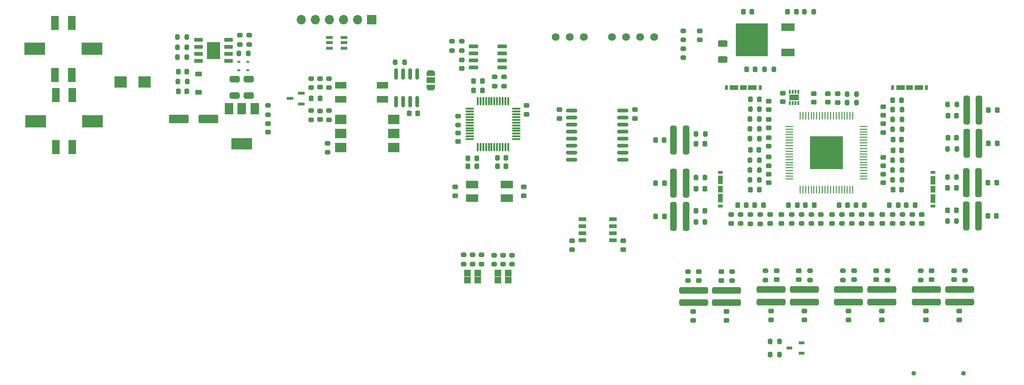
<source format=gbr>
%TF.GenerationSoftware,KiCad,Pcbnew,7.0.6*%
%TF.CreationDate,2024-02-05T21:22:57+01:00*%
%TF.ProjectId,FT24-AMS_Slave-v5,46543234-2d41-44d5-935f-536c6176652d,rev?*%
%TF.SameCoordinates,Original*%
%TF.FileFunction,Soldermask,Top*%
%TF.FilePolarity,Negative*%
%FSLAX46Y46*%
G04 Gerber Fmt 4.6, Leading zero omitted, Abs format (unit mm)*
G04 Created by KiCad (PCBNEW 7.0.6) date 2024-02-05 21:22:57*
%MOMM*%
%LPD*%
G01*
G04 APERTURE LIST*
G04 Aperture macros list*
%AMRoundRect*
0 Rectangle with rounded corners*
0 $1 Rounding radius*
0 $2 $3 $4 $5 $6 $7 $8 $9 X,Y pos of 4 corners*
0 Add a 4 corners polygon primitive as box body*
4,1,4,$2,$3,$4,$5,$6,$7,$8,$9,$2,$3,0*
0 Add four circle primitives for the rounded corners*
1,1,$1+$1,$2,$3*
1,1,$1+$1,$4,$5*
1,1,$1+$1,$6,$7*
1,1,$1+$1,$8,$9*
0 Add four rect primitives between the rounded corners*
20,1,$1+$1,$2,$3,$4,$5,0*
20,1,$1+$1,$4,$5,$6,$7,0*
20,1,$1+$1,$6,$7,$8,$9,0*
20,1,$1+$1,$8,$9,$2,$3,0*%
%AMFreePoly0*
4,1,19,0.550000,-0.750000,0.000000,-0.750000,0.000000,-0.744911,-0.071157,-0.744911,-0.207708,-0.704816,-0.327430,-0.627875,-0.420627,-0.520320,-0.479746,-0.390866,-0.500000,-0.250000,-0.500000,0.250000,-0.479746,0.390866,-0.420627,0.520320,-0.327430,0.627875,-0.207708,0.704816,-0.071157,0.744911,0.000000,0.744911,0.000000,0.750000,0.550000,0.750000,0.550000,-0.750000,0.550000,-0.750000,
$1*%
%AMFreePoly1*
4,1,19,0.000000,0.744911,0.071157,0.744911,0.207708,0.704816,0.327430,0.627875,0.420627,0.520320,0.479746,0.390866,0.500000,0.250000,0.500000,-0.250000,0.479746,-0.390866,0.420627,-0.520320,0.327430,-0.627875,0.207708,-0.704816,0.071157,-0.744911,0.000000,-0.744911,0.000000,-0.750000,-0.550000,-0.750000,-0.550000,0.750000,0.000000,0.750000,0.000000,0.744911,0.000000,0.744911,
$1*%
G04 Aperture macros list end*
%ADD10RoundRect,0.225000X0.250000X-0.225000X0.250000X0.225000X-0.250000X0.225000X-0.250000X-0.225000X0*%
%ADD11RoundRect,0.250000X2.350000X-0.325000X2.350000X0.325000X-2.350000X0.325000X-2.350000X-0.325000X0*%
%ADD12RoundRect,0.200000X0.200000X0.275000X-0.200000X0.275000X-0.200000X-0.275000X0.200000X-0.275000X0*%
%ADD13RoundRect,0.200000X-0.200000X-0.275000X0.200000X-0.275000X0.200000X0.275000X-0.200000X0.275000X0*%
%ADD14RoundRect,0.225000X-0.250000X0.225000X-0.250000X-0.225000X0.250000X-0.225000X0.250000X0.225000X0*%
%ADD15RoundRect,0.225000X0.225000X0.250000X-0.225000X0.250000X-0.225000X-0.250000X0.225000X-0.250000X0*%
%ADD16RoundRect,0.200000X0.275000X-0.200000X0.275000X0.200000X-0.275000X0.200000X-0.275000X-0.200000X0*%
%ADD17O,1.500000X0.250000*%
%ADD18O,0.250000X1.500000*%
%ADD19C,0.800000*%
%ADD20R,6.000000X6.000000*%
%ADD21RoundRect,0.150000X-0.875000X-0.150000X0.875000X-0.150000X0.875000X0.150000X-0.875000X0.150000X0*%
%ADD22RoundRect,0.200000X-0.275000X0.200000X-0.275000X-0.200000X0.275000X-0.200000X0.275000X0.200000X0*%
%ADD23RoundRect,0.218750X0.256250X-0.218750X0.256250X0.218750X-0.256250X0.218750X-0.256250X-0.218750X0*%
%ADD24R,1.700000X1.700000*%
%ADD25O,1.700000X1.700000*%
%ADD26R,1.250000X0.600000*%
%ADD27RoundRect,0.218750X0.218750X0.256250X-0.218750X0.256250X-0.218750X-0.256250X0.218750X-0.256250X0*%
%ADD28R,0.550000X0.420000*%
%ADD29R,0.300000X0.700000*%
%ADD30R,1.700000X1.000000*%
%ADD31R,1.346200X2.540000*%
%ADD32R,3.800000X2.200000*%
%ADD33RoundRect,0.250000X0.625000X-0.312500X0.625000X0.312500X-0.625000X0.312500X-0.625000X-0.312500X0*%
%ADD34R,1.050000X0.600000*%
%ADD35RoundRect,0.218750X-0.218750X-0.256250X0.218750X-0.256250X0.218750X0.256250X-0.218750X0.256250X0*%
%ADD36C,1.400000*%
%ADD37RoundRect,0.225000X-0.225000X-0.250000X0.225000X-0.250000X0.225000X0.250000X-0.225000X0.250000X0*%
%ADD38RoundRect,0.102000X0.500000X-0.500000X0.500000X0.500000X-0.500000X0.500000X-0.500000X-0.500000X0*%
%ADD39RoundRect,0.102000X-0.500000X0.500000X-0.500000X-0.500000X0.500000X-0.500000X0.500000X0.500000X0*%
%ADD40RoundRect,0.075000X0.075000X-0.662500X0.075000X0.662500X-0.075000X0.662500X-0.075000X-0.662500X0*%
%ADD41RoundRect,0.075000X0.662500X-0.075000X0.662500X0.075000X-0.662500X0.075000X-0.662500X-0.075000X0*%
%ADD42R,1.474500X0.650000*%
%ADD43RoundRect,0.250000X0.325000X2.350000X-0.325000X2.350000X-0.325000X-2.350000X0.325000X-2.350000X0*%
%ADD44RoundRect,0.250000X-0.325000X-2.350000X0.325000X-2.350000X0.325000X2.350000X-0.325000X2.350000X0*%
%ADD45R,0.600000X0.900000*%
%ADD46R,1.500000X0.900000*%
%ADD47R,1.200000X0.900000*%
%ADD48R,1.525000X0.650000*%
%ADD49R,2.400000X3.100000*%
%ADD50R,2.000000X1.780000*%
%ADD51R,2.000000X1.200000*%
%ADD52R,2.400000X1.400000*%
%ADD53R,5.750000X5.900000*%
%ADD54RoundRect,0.250000X1.500000X0.550000X-1.500000X0.550000X-1.500000X-0.550000X1.500000X-0.550000X0*%
%ADD55RoundRect,0.250000X0.650000X-0.325000X0.650000X0.325000X-0.650000X0.325000X-0.650000X-0.325000X0*%
%ADD56FreePoly0,90.000000*%
%ADD57R,1.500000X1.000000*%
%ADD58FreePoly1,90.000000*%
%ADD59R,2.300000X2.150000*%
%ADD60R,1.150000X0.600000*%
%ADD61RoundRect,0.225000X-0.375000X0.225000X-0.375000X-0.225000X0.375000X-0.225000X0.375000X0.225000X0*%
%ADD62R,2.200000X1.400000*%
%ADD63RoundRect,0.150000X0.150000X-0.825000X0.150000X0.825000X-0.150000X0.825000X-0.150000X-0.825000X0*%
%ADD64RoundRect,0.150000X0.725000X0.150000X-0.725000X0.150000X-0.725000X-0.150000X0.725000X-0.150000X0*%
%ADD65R,1.500000X2.000000*%
%ADD66R,3.800000X2.000000*%
%ADD67R,0.900000X0.600000*%
%ADD68R,0.900000X1.500000*%
%ADD69R,0.900000X1.200000*%
%ADD70C,0.850000*%
G04 APERTURE END LIST*
D10*
%TO.C,C24*%
X206728500Y-104649500D03*
X206728500Y-103099500D03*
%TD*%
D11*
%TO.C,R48*%
X192467500Y-129277500D03*
X192467500Y-127027500D03*
%TD*%
D12*
%TO.C,R21*%
X219992500Y-93577500D03*
X218342500Y-93577500D03*
%TD*%
D13*
%TO.C,R8*%
X182717500Y-94381500D03*
X184367500Y-94381500D03*
%TD*%
D14*
%TO.C,C59*%
X161899695Y-94524695D03*
X161899695Y-96074695D03*
%TD*%
D15*
%TO.C,C50*%
X81075000Y-87600000D03*
X79525000Y-87600000D03*
%TD*%
D16*
%TO.C,R59*%
X208367500Y-115102500D03*
X208367500Y-113452500D03*
%TD*%
D13*
%TO.C,R78*%
X186330000Y-136400000D03*
X187980000Y-136400000D03*
%TD*%
D17*
%TO.C,U2*%
X189780000Y-97527500D03*
X189780000Y-98027500D03*
X189780000Y-98527500D03*
X189780000Y-99027500D03*
X189780000Y-99527500D03*
X189780000Y-100027500D03*
X189780000Y-100527500D03*
X189780000Y-101027500D03*
X189780000Y-101527500D03*
X189780000Y-102027500D03*
X189780000Y-102527500D03*
X189780000Y-103027500D03*
X189780000Y-103527500D03*
X189780000Y-104027500D03*
X189780000Y-104527500D03*
X189780000Y-105027500D03*
X189780000Y-105527500D03*
X189780000Y-106027500D03*
X189780000Y-106527500D03*
X189780000Y-107027500D03*
D18*
X191717500Y-108965000D03*
X192217500Y-108965000D03*
X192717500Y-108965000D03*
X193217500Y-108965000D03*
X193717500Y-108965000D03*
X194217500Y-108965000D03*
X194717500Y-108965000D03*
X195217500Y-108965000D03*
X195717500Y-108965000D03*
X196217500Y-108965000D03*
X196717500Y-108965000D03*
X197217500Y-108965000D03*
X197717500Y-108965000D03*
X198217500Y-108965000D03*
X198717500Y-108965000D03*
X199217500Y-108965000D03*
X199717500Y-108965000D03*
X200217500Y-108965000D03*
X200717500Y-108965000D03*
X201217500Y-108965000D03*
D17*
X203155000Y-107027500D03*
X203155000Y-106527500D03*
X203155000Y-106027500D03*
X203155000Y-105527500D03*
X203155000Y-105027500D03*
X203155000Y-104527500D03*
X203155000Y-104027500D03*
X203155000Y-103527500D03*
X203155000Y-103027500D03*
X203155000Y-102527500D03*
X203155000Y-102027500D03*
X203155000Y-101527500D03*
X203155000Y-101027500D03*
X203155000Y-100527500D03*
X203155000Y-100027500D03*
X203155000Y-99527500D03*
X203155000Y-99027500D03*
X203155000Y-98527500D03*
X203155000Y-98027500D03*
X203155000Y-97527500D03*
D18*
X201217500Y-95590000D03*
X200717500Y-95590000D03*
X200217500Y-95590000D03*
X199717500Y-95590000D03*
X199217500Y-95590000D03*
X198717500Y-95590000D03*
D19*
X194067500Y-99877500D03*
X194067500Y-101077500D03*
X194067500Y-102277500D03*
X194067500Y-103477500D03*
X194067500Y-104677500D03*
X195267500Y-99877500D03*
X195267500Y-101077500D03*
X195267500Y-102277500D03*
X195267500Y-103477500D03*
X195267500Y-104677500D03*
X196467500Y-99877500D03*
X196467500Y-101077500D03*
X196467500Y-102277500D03*
D20*
X196467500Y-102277500D03*
D19*
X196467500Y-103477500D03*
X196467500Y-104677500D03*
X197667500Y-99877500D03*
X197667500Y-101077500D03*
X197667500Y-102277500D03*
X197667500Y-103477500D03*
X197667500Y-104677500D03*
D18*
X198217500Y-95590000D03*
D19*
X198867500Y-99877500D03*
X198867500Y-101077500D03*
X198867500Y-102277500D03*
X198867500Y-103477500D03*
X198867500Y-104677500D03*
D18*
X197717500Y-95590000D03*
X197217500Y-95590000D03*
X196717500Y-95590000D03*
X196217500Y-95590000D03*
X195717500Y-95590000D03*
X195217500Y-95590000D03*
X194717500Y-95590000D03*
X194217500Y-95590000D03*
X193717500Y-95590000D03*
X193217500Y-95590000D03*
X192717500Y-95590000D03*
X192217500Y-95590000D03*
X191717500Y-95590000D03*
%TD*%
D12*
%TO.C,R28*%
X219917500Y-106677500D03*
X218267500Y-106677500D03*
%TD*%
D21*
%TO.C,U5*%
X150449695Y-94654695D03*
X150449695Y-95924695D03*
X150449695Y-97194695D03*
X150449695Y-98464695D03*
X150449695Y-99734695D03*
X150449695Y-101004695D03*
X150449695Y-102274695D03*
X150449695Y-103544695D03*
X159749695Y-103544695D03*
X159749695Y-102274695D03*
X159749695Y-101004695D03*
X159749695Y-99734695D03*
X159749695Y-98464695D03*
X159749695Y-97194695D03*
X159749695Y-95924695D03*
X159749695Y-94654695D03*
%TD*%
D22*
%TO.C,R6*%
X128900000Y-82175000D03*
X128900000Y-83825000D03*
%TD*%
D23*
%TO.C,F13*%
X214455000Y-132500000D03*
X214455000Y-130925000D03*
%TD*%
D24*
%TO.C,J16*%
X114440000Y-78225000D03*
D25*
X111900000Y-78225000D03*
X109360000Y-78225000D03*
X106820000Y-78225000D03*
X104280000Y-78225000D03*
X101740000Y-78225000D03*
%TD*%
D26*
%TO.C,D5*%
X101700000Y-93450000D03*
X101700000Y-91550000D03*
X99700000Y-92500000D03*
%TD*%
D14*
%TO.C,C41*%
X197467500Y-113502500D03*
X197467500Y-115052500D03*
%TD*%
D12*
%TO.C,R17*%
X210053500Y-98074500D03*
X208403500Y-98074500D03*
%TD*%
D13*
%TO.C,R35*%
X172892500Y-114777500D03*
X174542500Y-114777500D03*
%TD*%
D23*
%TO.C,F8*%
X178455000Y-132587500D03*
X178455000Y-131012500D03*
%TD*%
D13*
%TO.C,R64*%
X182703500Y-96206500D03*
X184353500Y-96206500D03*
%TD*%
D12*
%TO.C,R71*%
X81025000Y-83200000D03*
X79375000Y-83200000D03*
%TD*%
D16*
%TO.C,R1*%
X170600000Y-81925000D03*
X170600000Y-80275000D03*
%TD*%
D10*
%TO.C,C23*%
X206728500Y-107714500D03*
X206728500Y-106164500D03*
%TD*%
D11*
%TO.C,R57*%
X214467500Y-129277500D03*
X214467500Y-127027500D03*
%TD*%
D27*
%TO.C,F2*%
X227255000Y-94577500D03*
X225680000Y-94577500D03*
%TD*%
D10*
%TO.C,C18*%
X105100000Y-96275000D03*
X105100000Y-94725000D03*
%TD*%
D28*
%TO.C,D25*%
X90500000Y-87400000D03*
X92100000Y-87400000D03*
%TD*%
D29*
%TO.C,U4*%
X189855000Y-93350000D03*
X190355000Y-93350000D03*
X190855000Y-93350000D03*
X191355000Y-93350000D03*
X191355000Y-91250000D03*
X190855000Y-91250000D03*
X190355000Y-91250000D03*
X189855000Y-91250000D03*
D30*
X190605000Y-92300000D03*
%TD*%
D23*
%TO.C,F10*%
X192455000Y-132487500D03*
X192455000Y-130912500D03*
%TD*%
D27*
%TO.C,D8*%
X219955000Y-95577500D03*
X218380000Y-95577500D03*
%TD*%
D16*
%TO.C,R61*%
X211923500Y-115102500D03*
X211923500Y-113452500D03*
%TD*%
D27*
%TO.C,F1*%
X227242500Y-100600000D03*
X225667500Y-100600000D03*
%TD*%
D12*
%TO.C,R18*%
X210053500Y-96296500D03*
X208403500Y-96296500D03*
%TD*%
D27*
%TO.C,F4*%
X227180000Y-107677500D03*
X225605000Y-107677500D03*
%TD*%
D31*
%TO.C,J1*%
X57300000Y-78799998D03*
X60300000Y-78799998D03*
X57300000Y-88200000D03*
X60300000Y-88200000D03*
D32*
X53665001Y-83499999D03*
X63934999Y-83499999D03*
%TD*%
D33*
%TO.C,R11*%
X177755000Y-85462500D03*
X177755000Y-82537500D03*
%TD*%
D11*
%TO.C,R43*%
X186467500Y-129277500D03*
X186467500Y-127027500D03*
%TD*%
D15*
%TO.C,C3*%
X133362500Y-104762500D03*
X131812500Y-104762500D03*
%TD*%
D34*
%TO.C,D3*%
X191955000Y-138550000D03*
X191955000Y-136650000D03*
X189755000Y-137600000D03*
%TD*%
D22*
%TO.C,R3*%
X130650000Y-82175000D03*
X130650000Y-83825000D03*
%TD*%
D35*
%TO.C,D21*%
X172967500Y-100650750D03*
X174542500Y-100650750D03*
%TD*%
D23*
%TO.C,F11*%
X200455000Y-132475000D03*
X200455000Y-130900000D03*
%TD*%
%TO.C,F7*%
X172455000Y-132587500D03*
X172455000Y-131012500D03*
%TD*%
D13*
%TO.C,R65*%
X182703500Y-97984500D03*
X184353500Y-97984500D03*
%TD*%
D14*
%TO.C,C28*%
X186042500Y-106152500D03*
X186042500Y-107702500D03*
%TD*%
D23*
%TO.C,D18*%
X205467500Y-125240000D03*
X205467500Y-123665000D03*
%TD*%
D36*
%TO.C,PS1*%
X152690000Y-81415000D03*
X157770000Y-81415000D03*
X147610000Y-81415000D03*
X150150000Y-81415000D03*
X160310000Y-81415000D03*
X162850000Y-81415000D03*
X165390000Y-81415000D03*
%TD*%
D16*
%TO.C,R47*%
X193717500Y-115102500D03*
X193717500Y-113452500D03*
%TD*%
D12*
%TO.C,R23*%
X219917500Y-114677500D03*
X218267500Y-114677500D03*
%TD*%
D16*
%TO.C,R80*%
X136500000Y-122437500D03*
X136500000Y-120787500D03*
%TD*%
D14*
%TO.C,C47*%
X186042500Y-92985500D03*
X186042500Y-94535500D03*
%TD*%
D16*
%TO.C,R79*%
X131000000Y-122400000D03*
X131000000Y-120750000D03*
%TD*%
D13*
%TO.C,R31*%
X182703500Y-103621500D03*
X184353500Y-103621500D03*
%TD*%
D11*
%TO.C,R55*%
X206467500Y-129277500D03*
X206467500Y-127027500D03*
%TD*%
D23*
%TO.C,D20*%
X219467500Y-125240000D03*
X219467500Y-123665000D03*
%TD*%
D16*
%TO.C,R39*%
X182789500Y-115116500D03*
X182789500Y-113466500D03*
%TD*%
D23*
%TO.C,F9*%
X186455000Y-132487500D03*
X186455000Y-130912500D03*
%TD*%
D16*
%TO.C,R38*%
X181011500Y-115102500D03*
X181011500Y-113452500D03*
%TD*%
D14*
%TO.C,C37*%
X188367500Y-113502500D03*
X188367500Y-115052500D03*
%TD*%
D37*
%TO.C,C8*%
X132825000Y-89300000D03*
X134375000Y-89300000D03*
%TD*%
D23*
%TO.C,D16*%
X191467500Y-125240000D03*
X191467500Y-123665000D03*
%TD*%
D27*
%TO.C,D10*%
X219880000Y-108677500D03*
X218305000Y-108677500D03*
%TD*%
D12*
%TO.C,R24*%
X210067500Y-107180500D03*
X208417500Y-107180500D03*
%TD*%
D35*
%TO.C,D11*%
X172930000Y-108777499D03*
X174505000Y-108777499D03*
%TD*%
D27*
%TO.C,F3*%
X227142500Y-113700000D03*
X225567500Y-113700000D03*
%TD*%
D16*
%TO.C,R60*%
X210145500Y-115102500D03*
X210145500Y-113452500D03*
%TD*%
D11*
%TO.C,R36*%
X172467500Y-129402500D03*
X172467500Y-127152500D03*
%TD*%
D23*
%TO.C,D13*%
X173467499Y-125365000D03*
X173467499Y-123790000D03*
%TD*%
D14*
%TO.C,C45*%
X206567500Y-113502500D03*
X206567500Y-115052500D03*
%TD*%
D28*
%TO.C,D4*%
X90500000Y-85900000D03*
X92100000Y-85900000D03*
%TD*%
D16*
%TO.C,R42*%
X179467500Y-125402500D03*
X179467500Y-123752500D03*
%TD*%
D12*
%TO.C,R69*%
X81125000Y-89400000D03*
X79475000Y-89400000D03*
%TD*%
D16*
%TO.C,R49*%
X193467500Y-125277500D03*
X193467500Y-123627500D03*
%TD*%
D12*
%TO.C,R19*%
X210053500Y-94518500D03*
X208403500Y-94518500D03*
%TD*%
D16*
%TO.C,R54*%
X202823500Y-115102500D03*
X202823500Y-113452500D03*
%TD*%
D14*
%TO.C,C34*%
X186317500Y-113502500D03*
X186317500Y-115052500D03*
%TD*%
D38*
%TO.C,D28*%
X137175000Y-125325000D03*
X137175000Y-124075000D03*
D39*
X139025000Y-124075000D03*
X139025000Y-125325000D03*
%TD*%
D38*
%TO.C,D27*%
X131675000Y-125300000D03*
X131675000Y-124050000D03*
D39*
X133525000Y-124050000D03*
X133525000Y-125300000D03*
%TD*%
D40*
%TO.C,U1*%
X133550000Y-101262500D03*
X134050000Y-101262500D03*
X134550000Y-101262500D03*
X135050000Y-101262500D03*
X135550000Y-101262500D03*
X136050000Y-101262500D03*
X136550000Y-101262500D03*
X137050000Y-101262500D03*
X137550000Y-101262500D03*
X138050000Y-101262500D03*
X138550000Y-101262500D03*
X139050000Y-101262500D03*
D41*
X140462500Y-99850000D03*
X140462500Y-99350000D03*
X140462500Y-98850000D03*
X140462500Y-98350000D03*
X140462500Y-97850000D03*
X140462500Y-97350000D03*
X140462500Y-96850000D03*
X140462500Y-96350000D03*
X140462500Y-95850000D03*
X140462500Y-95350000D03*
X140462500Y-94850000D03*
X140462500Y-94350000D03*
D40*
X139050000Y-92937500D03*
X138550000Y-92937500D03*
X138050000Y-92937500D03*
X137550000Y-92937500D03*
X137050000Y-92937500D03*
X136550000Y-92937500D03*
X136050000Y-92937500D03*
X135550000Y-92937500D03*
X135050000Y-92937500D03*
X134550000Y-92937500D03*
X134050000Y-92937500D03*
X133550000Y-92937500D03*
D41*
X132137500Y-94350000D03*
X132137500Y-94850000D03*
X132137500Y-95350000D03*
X132137500Y-95850000D03*
X132137500Y-96350000D03*
X132137500Y-96850000D03*
X132137500Y-97350000D03*
X132137500Y-97850000D03*
X132137500Y-98350000D03*
X132137500Y-98850000D03*
X132137500Y-99350000D03*
X132137500Y-99850000D03*
%TD*%
D22*
%TO.C,R75*%
X92300000Y-81075000D03*
X92300000Y-82725000D03*
%TD*%
D13*
%TO.C,R66*%
X182703500Y-99762500D03*
X184353500Y-99762500D03*
%TD*%
D15*
%TO.C,C7*%
X133362500Y-103262500D03*
X131812500Y-103262500D03*
%TD*%
D23*
%TO.C,F12*%
X206455000Y-132487500D03*
X206455000Y-130912500D03*
%TD*%
D16*
%TO.C,R4*%
X130000000Y-97325000D03*
X130000000Y-95675000D03*
%TD*%
%TO.C,R85*%
X134200000Y-122400000D03*
X134200000Y-120750000D03*
%TD*%
D27*
%TO.C,D7*%
X219955000Y-99577500D03*
X218380000Y-99577500D03*
%TD*%
D23*
%TO.C,D19*%
X215467499Y-125240000D03*
X215467499Y-123665000D03*
%TD*%
D10*
%TO.C,C20*%
X206714500Y-95543500D03*
X206714500Y-93993500D03*
%TD*%
D16*
%TO.C,R84*%
X132600000Y-122400000D03*
X132600000Y-120750000D03*
%TD*%
%TO.C,R37*%
X171467500Y-125402500D03*
X171467500Y-123752500D03*
%TD*%
D42*
%TO.C,IC1*%
X157936945Y-118104695D03*
X157936945Y-116834695D03*
X157936945Y-115564695D03*
X157936945Y-114294695D03*
X152462445Y-114294695D03*
X152462445Y-115564695D03*
X152462445Y-116834695D03*
X152462445Y-118104695D03*
%TD*%
D14*
%TO.C,C5*%
X142354500Y-93757000D03*
X142354500Y-95307000D03*
%TD*%
D37*
%TO.C,C4*%
X132829500Y-91000000D03*
X134379500Y-91000000D03*
%TD*%
%TO.C,C26*%
X208453500Y-101874500D03*
X210003500Y-101874500D03*
%TD*%
D43*
%TO.C,R15*%
X223992500Y-100577500D03*
X221742500Y-100577500D03*
%TD*%
D16*
%TO.C,R45*%
X190167500Y-115102500D03*
X190167500Y-113452500D03*
%TD*%
D13*
%TO.C,R73*%
X90475000Y-84300000D03*
X92125000Y-84300000D03*
%TD*%
D37*
%TO.C,C39*%
X198733500Y-111763500D03*
X200283500Y-111763500D03*
%TD*%
D12*
%TO.C,R25*%
X210067500Y-105402500D03*
X208417500Y-105402500D03*
%TD*%
D23*
%TO.C,D14*%
X177467500Y-125365000D03*
X177467500Y-123790000D03*
%TD*%
D22*
%TO.C,R12*%
X106700000Y-94675000D03*
X106700000Y-96325000D03*
%TD*%
D14*
%TO.C,C38*%
X195467500Y-113488500D03*
X195467500Y-115038500D03*
%TD*%
D16*
%TO.C,R56*%
X207467500Y-125277500D03*
X207467500Y-123627500D03*
%TD*%
D44*
%TO.C,R29*%
X168892500Y-107777500D03*
X171142500Y-107777500D03*
%TD*%
D23*
%TO.C,F14*%
X220455000Y-132487500D03*
X220455000Y-130912500D03*
%TD*%
%TO.C,D1*%
X173600000Y-81887500D03*
X173600000Y-80312500D03*
%TD*%
D22*
%TO.C,R7*%
X138300000Y-88575000D03*
X138300000Y-90225000D03*
%TD*%
D11*
%TO.C,R50*%
X200467500Y-129277500D03*
X200467500Y-127027500D03*
%TD*%
D31*
%TO.C,J2*%
X60400000Y-101300000D03*
X57400000Y-101300000D03*
X60400000Y-91899998D03*
X57400000Y-91899998D03*
D32*
X64034999Y-96599999D03*
X53765001Y-96599999D03*
%TD*%
D14*
%TO.C,C33*%
X179267500Y-113502500D03*
X179267500Y-115052500D03*
%TD*%
D16*
%TO.C,R58*%
X213467500Y-125277500D03*
X213467500Y-123627500D03*
%TD*%
D45*
%TO.C,J12*%
X178417500Y-90547500D03*
D46*
X179817500Y-90547500D03*
D47*
X181467500Y-90547500D03*
D46*
X183117500Y-90547500D03*
D45*
X184517500Y-90547500D03*
%TD*%
D13*
%TO.C,R70*%
X79375000Y-81400000D03*
X81025000Y-81400000D03*
%TD*%
D10*
%TO.C,C1*%
X129479500Y-110057000D03*
X129479500Y-108507000D03*
%TD*%
D37*
%TO.C,C25*%
X208453500Y-108980500D03*
X210003500Y-108980500D03*
%TD*%
D16*
%TO.C,R86*%
X138100000Y-122437500D03*
X138100000Y-120787500D03*
%TD*%
D13*
%TO.C,R88*%
X118680000Y-85910000D03*
X120330000Y-85910000D03*
%TD*%
%TO.C,R33*%
X182703500Y-107177500D03*
X184353500Y-107177500D03*
%TD*%
D16*
%TO.C,R53*%
X201045500Y-115102500D03*
X201045500Y-113452500D03*
%TD*%
D37*
%TO.C,C40*%
X201798500Y-111763500D03*
X203348500Y-111763500D03*
%TD*%
D48*
%TO.C,IC6*%
X83188000Y-81895000D03*
X83188000Y-83165000D03*
X83188000Y-84435000D03*
X83188000Y-85705000D03*
X88612000Y-85705000D03*
X88612000Y-84435000D03*
X88612000Y-83165000D03*
X88612000Y-81895000D03*
D49*
X85900000Y-83800000D03*
%TD*%
D13*
%TO.C,R30*%
X172892500Y-106777500D03*
X174542500Y-106777500D03*
%TD*%
D37*
%TO.C,C35*%
X189627500Y-111763500D03*
X191177500Y-111763500D03*
%TD*%
D50*
%TO.C,U6*%
X118365000Y-101340000D03*
X118365000Y-98800000D03*
X118365000Y-96260000D03*
X108835000Y-96260000D03*
X108835000Y-98800000D03*
X108835000Y-101340000D03*
%TD*%
D15*
%TO.C,C29*%
X184303500Y-101821500D03*
X182753500Y-101821500D03*
%TD*%
D37*
%TO.C,C43*%
X207833500Y-111763500D03*
X209383500Y-111763500D03*
%TD*%
D16*
%TO.C,R52*%
X199267500Y-115102500D03*
X199267500Y-113452500D03*
%TD*%
%TO.C,R40*%
X184567500Y-115116500D03*
X184567500Y-113466500D03*
%TD*%
D12*
%TO.C,R26*%
X210067500Y-103624500D03*
X208417500Y-103624500D03*
%TD*%
D44*
%TO.C,R67*%
X168880000Y-100027500D03*
X171130000Y-100027500D03*
%TD*%
D51*
%TO.C,FL1*%
X116350000Y-92670000D03*
X116350000Y-90130000D03*
X108850000Y-90130000D03*
X108850000Y-92670000D03*
%TD*%
D16*
%TO.C,R13*%
X106700000Y-90525000D03*
X106700000Y-88875000D03*
%TD*%
D10*
%TO.C,C49*%
X186042500Y-101139500D03*
X186042500Y-99589500D03*
%TD*%
%TO.C,C15*%
X196755000Y-93175000D03*
X196755000Y-91625000D03*
%TD*%
D23*
%TO.C,D26*%
X95700000Y-98587500D03*
X95700000Y-97012500D03*
%TD*%
D15*
%TO.C,C9*%
X138629500Y-103258000D03*
X137079500Y-103258000D03*
%TD*%
D43*
%TO.C,R22*%
X223917500Y-113677500D03*
X221667500Y-113677500D03*
%TD*%
D10*
%TO.C,C13*%
X194155000Y-93175000D03*
X194155000Y-91625000D03*
%TD*%
D15*
%TO.C,C14*%
X183630000Y-87200000D03*
X182080000Y-87200000D03*
%TD*%
D35*
%TO.C,FB1*%
X189467500Y-76800000D03*
X191042500Y-76800000D03*
%TD*%
D14*
%TO.C,C48*%
X186042500Y-96287500D03*
X186042500Y-97837500D03*
%TD*%
D15*
%TO.C,C60*%
X184330000Y-92600000D03*
X182780000Y-92600000D03*
%TD*%
D13*
%TO.C,R68*%
X172930000Y-98872750D03*
X174580000Y-98872750D03*
%TD*%
D10*
%TO.C,C6*%
X130000000Y-100275000D03*
X130000000Y-98725000D03*
%TD*%
D52*
%TO.C,Q2*%
X189555000Y-84185000D03*
D53*
X183030000Y-81900000D03*
D52*
X189555000Y-79615000D03*
%TD*%
D23*
%TO.C,D17*%
X201467499Y-125240000D03*
X201467499Y-123665000D03*
%TD*%
D14*
%TO.C,C42*%
X204573500Y-113488500D03*
X204573500Y-115038500D03*
%TD*%
D10*
%TO.C,C11*%
X130650000Y-87045000D03*
X130650000Y-85495000D03*
%TD*%
D16*
%TO.C,R44*%
X185467500Y-125277500D03*
X185467500Y-123627500D03*
%TD*%
D14*
%TO.C,C56*%
X159799695Y-118224695D03*
X159799695Y-119774695D03*
%TD*%
D13*
%TO.C,R72*%
X79375000Y-85000000D03*
X81025000Y-85000000D03*
%TD*%
D16*
%TO.C,R14*%
X103500000Y-90525000D03*
X103500000Y-88875000D03*
%TD*%
D37*
%TO.C,C32*%
X183542500Y-111777500D03*
X185092500Y-111777500D03*
%TD*%
D54*
%TO.C,C51*%
X85000000Y-96200000D03*
X79600000Y-96200000D03*
%TD*%
D55*
%TO.C,C52*%
X89700000Y-91975000D03*
X89700000Y-89025000D03*
%TD*%
D45*
%TO.C,J11*%
X208417500Y-90547500D03*
D46*
X209817500Y-90547500D03*
D47*
X211467500Y-90547500D03*
D46*
X213117500Y-90547500D03*
D45*
X214517500Y-90547500D03*
%TD*%
D10*
%TO.C,C58*%
X150599695Y-119774695D03*
X150599695Y-118224695D03*
%TD*%
D14*
%TO.C,C2*%
X141879500Y-108507000D03*
X141879500Y-110057000D03*
%TD*%
D12*
%TO.C,R9*%
X201880000Y-93202500D03*
X200230000Y-93202500D03*
%TD*%
D16*
%TO.C,R63*%
X221467500Y-125277500D03*
X221467500Y-123627500D03*
%TD*%
D10*
%TO.C,C12*%
X198467500Y-93190750D03*
X198467500Y-91640750D03*
%TD*%
D35*
%TO.C,F15*%
X165617500Y-100027500D03*
X167192500Y-100027500D03*
%TD*%
D27*
%TO.C,D9*%
X219880000Y-112677500D03*
X218305000Y-112677500D03*
%TD*%
D10*
%TO.C,C54*%
X105100000Y-90475000D03*
X105100000Y-88925000D03*
%TD*%
D56*
%TO.C,JP1*%
X125100000Y-90500000D03*
D57*
X125100000Y-89200000D03*
D58*
X125100000Y-87900000D03*
%TD*%
D14*
%TO.C,C46*%
X213673500Y-113488500D03*
X213673500Y-115038500D03*
%TD*%
D15*
%TO.C,C16*%
X183030000Y-76800000D03*
X181480000Y-76800000D03*
%TD*%
D37*
%TO.C,C17*%
X121200000Y-95200000D03*
X122750000Y-95200000D03*
%TD*%
D13*
%TO.C,R77*%
X186330000Y-138800000D03*
X187980000Y-138800000D03*
%TD*%
D43*
%TO.C,R27*%
X223917500Y-107677500D03*
X221667500Y-107677500D03*
%TD*%
D35*
%TO.C,F6*%
X165667500Y-113800000D03*
X167242500Y-113800000D03*
%TD*%
D16*
%TO.C,R2*%
X170600000Y-85125000D03*
X170600000Y-83475000D03*
%TD*%
D13*
%TO.C,R10*%
X185330000Y-87200000D03*
X186980000Y-87200000D03*
%TD*%
D14*
%TO.C,C57*%
X148299695Y-94524695D03*
X148299695Y-96074695D03*
%TD*%
D15*
%TO.C,C10*%
X138629500Y-104782000D03*
X137079500Y-104782000D03*
%TD*%
D10*
%TO.C,C19*%
X206714500Y-98608500D03*
X206714500Y-97058500D03*
%TD*%
D59*
%TO.C,D2*%
X73450000Y-89500000D03*
X69150000Y-89500000D03*
%TD*%
D37*
%TO.C,C44*%
X210898500Y-111763500D03*
X212448500Y-111763500D03*
%TD*%
D60*
%TO.C,IC3*%
X106800000Y-81475000D03*
X106800000Y-82425000D03*
X106800000Y-83375000D03*
X109400000Y-83375000D03*
X109400000Y-82425000D03*
X109400000Y-81475000D03*
%TD*%
D27*
%TO.C,D22*%
X81087500Y-91200000D03*
X79512500Y-91200000D03*
%TD*%
D16*
%TO.C,R89*%
X103500000Y-96325000D03*
X103500000Y-94675000D03*
%TD*%
D22*
%TO.C,R5*%
X136600000Y-88575000D03*
X136600000Y-90225000D03*
%TD*%
D16*
%TO.C,R74*%
X90600000Y-82725000D03*
X90600000Y-81075000D03*
%TD*%
D22*
%TO.C,R76*%
X95700000Y-93775000D03*
X95700000Y-95425000D03*
%TD*%
D13*
%TO.C,R90*%
X192505000Y-76800000D03*
X194155000Y-76800000D03*
%TD*%
D15*
%TO.C,C55*%
X105075000Y-92500000D03*
X103525000Y-92500000D03*
%TD*%
D55*
%TO.C,C53*%
X92200000Y-91950000D03*
X92200000Y-89000000D03*
%TD*%
D16*
%TO.C,R87*%
X139700000Y-122437500D03*
X139700000Y-120787500D03*
%TD*%
D12*
%TO.C,R16*%
X219992500Y-101577500D03*
X218342500Y-101577500D03*
%TD*%
D37*
%TO.C,C36*%
X192692500Y-111763500D03*
X194242500Y-111763500D03*
%TD*%
D16*
%TO.C,R51*%
X199467500Y-125277500D03*
X199467500Y-123627500D03*
%TD*%
D11*
%TO.C,R41*%
X178467500Y-129402500D03*
X178467500Y-127152500D03*
%TD*%
D37*
%TO.C,C22*%
X208439500Y-92768500D03*
X209989500Y-92768500D03*
%TD*%
%TO.C,C31*%
X180477500Y-111777500D03*
X182027500Y-111777500D03*
%TD*%
D13*
%TO.C,R32*%
X182703500Y-105399500D03*
X184353500Y-105399500D03*
%TD*%
D11*
%TO.C,R62*%
X220467500Y-129277500D03*
X220467500Y-127027500D03*
%TD*%
D16*
%TO.C,R46*%
X191939500Y-115102500D03*
X191939500Y-113452500D03*
%TD*%
D61*
%TO.C,D23*%
X83200000Y-88050000D03*
X83200000Y-91350000D03*
%TD*%
D35*
%TO.C,F5*%
X165667500Y-107800000D03*
X167242500Y-107800000D03*
%TD*%
D44*
%TO.C,R34*%
X168892500Y-113777500D03*
X171142500Y-113777500D03*
%TD*%
D62*
%TO.C,Y2*%
X138829500Y-108032000D03*
X138829500Y-110532000D03*
X132529500Y-110532000D03*
X132529500Y-108032000D03*
%TD*%
D63*
%TO.C,U3*%
X118830000Y-93050000D03*
X120100000Y-93050000D03*
X121370000Y-93050000D03*
X122640000Y-93050000D03*
X122640000Y-88100000D03*
X121370000Y-88100000D03*
X120100000Y-88100000D03*
X118830000Y-88100000D03*
%TD*%
D14*
%TO.C,C61*%
X188555000Y-91550000D03*
X188555000Y-93100000D03*
%TD*%
D23*
%TO.C,D15*%
X187467499Y-125240000D03*
X187467499Y-123665000D03*
%TD*%
D64*
%TO.C,IC4*%
X137975000Y-86905000D03*
X137975000Y-85635000D03*
X137975000Y-84365000D03*
X137975000Y-83095000D03*
X132825000Y-83095000D03*
X132825000Y-84365000D03*
X132825000Y-85635000D03*
X132825000Y-86905000D03*
%TD*%
D16*
%TO.C,R83*%
X106500000Y-102225000D03*
X106500000Y-100575000D03*
%TD*%
D13*
%TO.C,R81*%
X200230000Y-91700000D03*
X201880000Y-91700000D03*
%TD*%
D43*
%TO.C,R20*%
X223992500Y-94577500D03*
X221742500Y-94577500D03*
%TD*%
D15*
%TO.C,C30*%
X184317500Y-108962500D03*
X182767500Y-108962500D03*
%TD*%
D65*
%TO.C,IC7*%
X93300000Y-94350000D03*
X91000000Y-94350000D03*
X88700000Y-94350000D03*
D66*
X91000000Y-100650000D03*
%TD*%
D37*
%TO.C,C21*%
X208453500Y-99874500D03*
X210003500Y-99874500D03*
%TD*%
D67*
%TO.C,J13*%
X177287500Y-111927500D03*
D68*
X177287500Y-110527500D03*
D69*
X177287500Y-108877500D03*
D68*
X177287500Y-107227500D03*
D67*
X177287500Y-105827500D03*
%TD*%
D14*
%TO.C,C27*%
X186042500Y-103087500D03*
X186042500Y-104637500D03*
%TD*%
D35*
%TO.C,D12*%
X172930000Y-112777500D03*
X174505000Y-112777500D03*
%TD*%
D67*
%TO.C,J14*%
X215647500Y-105877500D03*
D68*
X215647500Y-107277500D03*
D69*
X215647500Y-108927500D03*
D68*
X215647500Y-110577500D03*
D67*
X215647500Y-111977500D03*
%TD*%
D70*
%TO.C,J5*%
X212179000Y-142199000D03*
X221179000Y-142199000D03*
%TD*%
M02*

</source>
